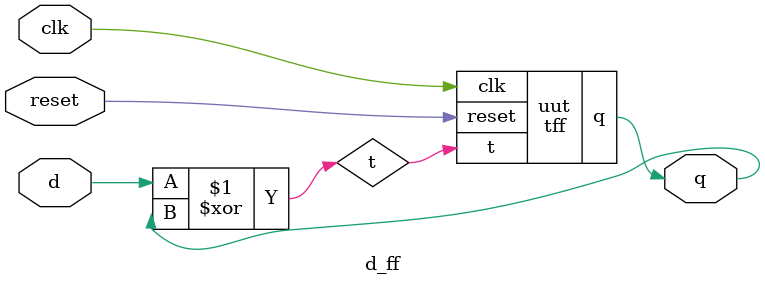
<source format=v>
module tff (
    input t,           
    input clk,        
    input reset,       
    output reg q      
);

    
  always@(posedge clk) begin //synchronous now to change it to asynchronous give posedge reset
          if(!reset) q <= 0;
          else begin
           q <= (t?~q:q);
           end
      end
endmodule

module d_ff (
    input d,           
    input clk,        
    input reset,       
    output reg q
);
  
  wire t;
  assign t = d ^ q;
  
  tff uut(.t(t),.clk(clk),.reset(reset),.q(q));
  
endmodule
  
  
 

</source>
